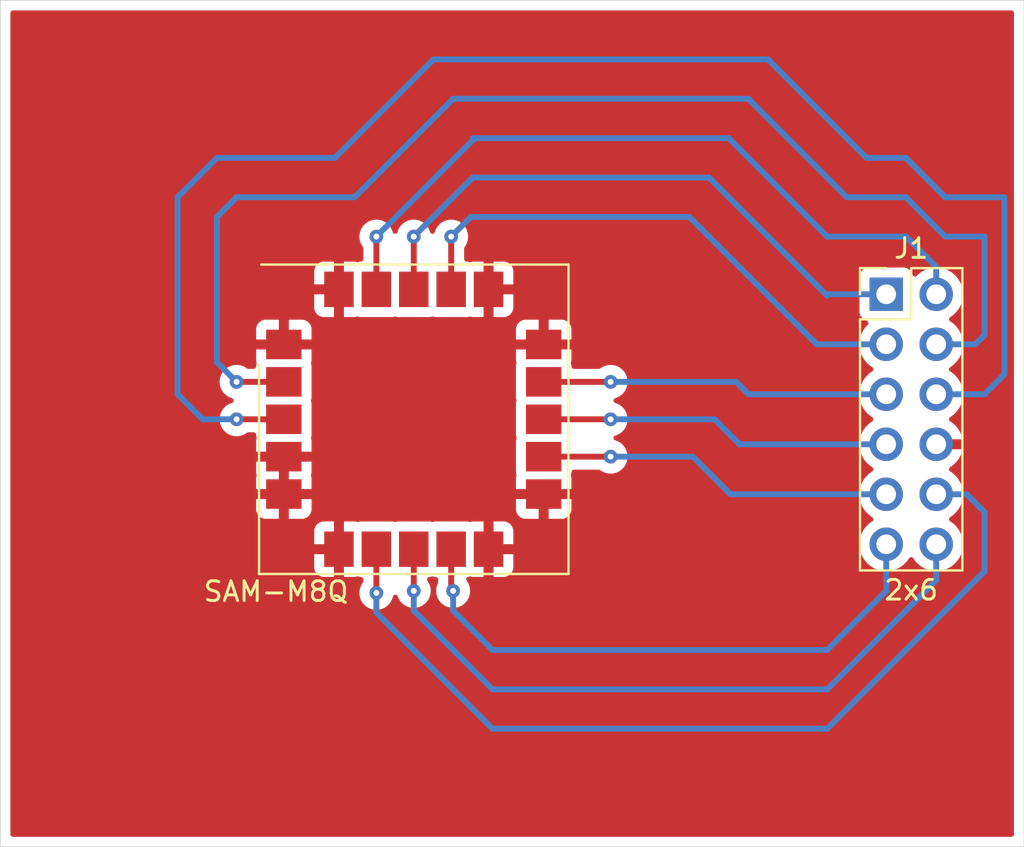
<source format=kicad_pcb>
(kicad_pcb (version 20211014) (generator pcbnew)
  (title_block (title "SAM-M8Q Prototyping Board") (date "2022-11-28") (rev "1.0"))
  (layers (0 "F.Cu" signal "Front") (31 "B.Cu" signal "Back") (34 "B.Paste" user) (35 "F.Paste" user) (36 "B.SilkS" user "B.Silkscreen") (37 "F.SilkS" user "F.Silkscreen") (38 "B.Mask" user) (39 "F.Mask" user) (44 "Edge.Cuts" user))
  (net 0 "")
  (net 1 "Net-(GPS1-Pad7)")
  (net 2 "Net-(GPS1-Pad8)")
  (net 3 "Net-(GPS1-Pad12)")
  (net 4 "Net-(GPS1-Pad13)")
  (net 5 "Net-(GPS1-Pad14)")
  (net 6 "Net-(GPS1-Pad17)")
  (net 7 "Net-(J1-Pad4)")
  (net 8 "Net-(J1-Pad6)")
  (net 9 "Net-(J1-Pad11)")
  (net 10 "Net-(J1-Pad1)")
  (net 11 "Net-(J1-Pad2)")
  (net 12 "GND")
  (footprint "Connector_PinHeader_2.54mm:PinHeader_2x06_P2.54mm_Vertical" (layer "F.Cu") (at 119 58.93)
    (fp_text reference "J1" (at 1.27 -2.33) (layer "F.SilkS"))
    (fp_text value "2x6" (at 1.27 15.03) (layer "F.SilkS"))
    (fp_line (start 3.87 -1.33) (end 3.87 14.03) (layer "F.SilkS") (width 0.12))
    (fp_line (start -1.33 14.03) (end 3.87 14.03) (layer "F.SilkS") (width 0.12))
    (fp_line (start -1.33 1.27) (end 1.27 1.27) (layer "F.SilkS") (width 0.12))
    (fp_line (start 1.27 1.27) (end 1.27 -1.33) (layer "F.SilkS") (width 0.12))
    (fp_line (start -1.33 -1.33) (end 0 -1.33) (layer "F.SilkS") (width 0.12))
    (fp_line (start -1.33 0) (end -1.33 -1.33) (layer "F.SilkS") (width 0.12))
    (fp_line (start -1.33 1.27) (end -1.33 14.03) (layer "F.SilkS") (width 0.12))
    (fp_line (start 1.27 -1.33) (end 3.87 -1.33) (layer "F.SilkS") (width 0.12))
    (pad "1" thru_hole rect (at 0 0) (size 1.7 1.7) (drill 1) (layers *.Cu *.Mask) (net 10 "Net-(J1-Pad1)"))
    (pad "2" thru_hole oval (at 2.54 0) (size 1.7 1.7) (drill 1) (layers *.Cu *.Mask) (net 11 "Net-(J1-Pad2)"))
    (pad "3" thru_hole oval (at 0 2.54) (size 1.7 1.7) (drill 1) (layers *.Cu *.Mask) (net 6 "Net-(GPS1-Pad17)"))
    (pad "4" thru_hole oval (at 2.54 2.54) (size 1.7 1.7) (drill 1) (layers *.Cu *.Mask) (net 7 "Net-(J1-Pad4)"))
    (pad "5" thru_hole oval (at 0 5.08) (size 1.7 1.7) (drill 1) (layers *.Cu *.Mask) (net 5 "Net-(GPS1-Pad14)"))
    (pad "6" thru_hole oval (at 2.54 5.08) (size 1.7 1.7) (drill 1) (layers *.Cu *.Mask) (net 8 "Net-(J1-Pad6)"))
    (pad "7" thru_hole oval (at 0 7.62) (size 1.7 1.7) (drill 1) (layers *.Cu *.Mask) (net 4 "Net-(GPS1-Pad13)"))
    (pad "8" thru_hole oval (at 2.54 7.62) (size 1.7 1.7) (drill 1) (layers *.Cu *.Mask) (net 12 "GND"))
    (pad "9" thru_hole oval (at 0 10.16) (size 1.7 1.7) (drill 1) (layers *.Cu *.Mask) (net 3 "Net-(GPS1-Pad12)"))
    (pad "10" thru_hole oval (at 2.54 10.16) (size 1.7 1.7) (drill 1) (layers *.Cu *.Mask) (net 1 "Net-(GPS1-Pad7)"))
    (pad "11" thru_hole oval (at 0 12.7) (size 1.7 1.7) (drill 1) (layers *.Cu *.Mask) (net 9 "Net-(J1-Pad11)"))
    (pad "12" thru_hole oval (at 2.54 12.7) (size 1.7 1.7) (drill 1) (layers *.Cu *.Mask) (net 2 "Net-(GPS1-Pad8)"))
  )
  (footprint "RF_GPS:ublox_SAM-M8Q" (layer "F.Cu") (at 95 65.28)
    (fp_text reference "GPS1" hide)
    (fp_text value "SAM-M8Q" (at -7 8.75) (layer "F.SilkS"))
    (fp_line (start 7.86 -7.86) (end 7.86 7.86) (layer "F.SilkS") (width 0.12))
    (fp_line (start -7.75 -7.86) (end 7.86 -7.86) (layer "F.SilkS") (width 0.12))
    (fp_line (start -7.86 7.86) (end 7.86 7.86) (layer "F.SilkS") (width 0.12))
    (fp_line (start -7.86 -2.8) (end -7.86 7.86) (layer "F.SilkS") (width 0.12))
    (pad "1" smd rect (at -6.6 -3.8) (size 1.8 1.5) (layers "F.Cu" "F.Mask") (net 12 "GND"))
    (pad "2" smd rect (at -6.6 -1.9) (size 1.8 1.5) (layers "F.Cu" "F.Mask") (net 7 "Net-(J1-Pad4)"))
    (pad "3" smd rect (at -6.6 0) (size 1.8 1.5) (layers "F.Cu" "F.Mask") (net 8 "Net-(J1-Pad6)"))
    (pad "4" smd rect (at -6.6 1.9) (size 1.8 1.5) (layers "F.Cu" "F.Mask") (net 12 "GND"))
    (pad "5" smd rect (at -6.6 3.8) (size 1.8 1.5) (layers "F.Cu" "F.Mask") (net 12 "GND"))
    (pad "6" smd rect (at -3.8 6.6) (size 1.5 1.8) (layers "F.Cu" "F.Mask") (net 12 "GND"))
    (pad "7" smd rect (at -1.9 6.6) (size 1.5 1.8) (layers "F.Cu" "F.Mask") (net 1 "Net-(GPS1-Pad7)"))
    (pad "8" smd rect (at 0 6.6) (size 1.5 1.8) (layers "F.Cu" "F.Mask") (net 2 "Net-(GPS1-Pad8)"))
    (pad "9" smd rect (at 1.9 6.6) (size 1.5 1.8) (layers "F.Cu" "F.Mask") (net 9 "Net-(J1-Pad11)"))
    (pad "10" smd rect (at 3.8 6.6) (size 1.5 1.8) (layers "F.Cu" "F.Mask") (net 12 "GND"))
    (pad "11" smd rect (at 6.6 3.8) (size 1.8 1.5) (layers "F.Cu" "F.Mask") (net 12 "GND"))
    (pad "12" smd rect (at 6.6 1.9) (size 1.8 1.5) (layers "F.Cu" "F.Mask") (net 3 "Net-(GPS1-Pad12)"))
    (pad "13" smd rect (at 6.6 0) (size 1.8 1.5) (layers "F.Cu" "F.Mask") (net 4 "Net-(GPS1-Pad13)"))
    (pad "14" smd rect (at 6.6 -1.9) (size 1.8 1.5) (layers "F.Cu" "F.Mask") (net 5 "Net-(GPS1-Pad14)"))
    (pad "15" smd rect (at 6.6 -3.8) (size 1.8 1.5) (layers "F.Cu" "F.Mask") (net 12 "GND"))
    (pad "16" smd rect (at 3.8 -6.6) (size 1.5 1.8) (layers "F.Cu" "F.Mask") (net 12 "GND"))
    (pad "17" smd rect (at 1.9 -6.6) (size 1.5 1.8) (layers "F.Cu" "F.Mask") (net 6 "Net-(GPS1-Pad17)"))
    (pad "18" smd rect (at 0 -6.6) (size 1.5 1.8) (layers "F.Cu" "F.Mask") (net 10 "Net-(J1-Pad1)"))
    (pad "19" smd rect (at -1.9 -6.6) (size 1.5 1.8) (layers "F.Cu" "F.Mask") (net 11 "Net-(J1-Pad2)"))
    (pad "20" smd rect (at -3.8 -6.6) (size 1.5 1.8) (layers "F.Cu" "F.Mask") (net 12 "GND"))
  )
  (gr_rect (start 74 44) (end 126 87) (layer "Edge.Cuts") (width 0.0381) (fill none))
  (segment (start 93.1 74.1) (end 93.1 71.88) (width 0.3) (layer "F.Cu") (net 1))
  (via (at 93.1 74.1) (size 0.7) (drill 0.3) (layers "F.Cu" "B.Cu") (net 1))
  (segment (start 116 81) (end 124 73) (width 0.3) (layer "B.Cu") (net 1))
  (segment (start 99 81) (end 116 81) (width 0.3) (layer "B.Cu") (net 1))
  (segment (start 123.09 69.09) (end 121.54 69.09) (width 0.3) (layer "B.Cu") (net 1))
  (segment (start 124 73) (end 124 70) (width 0.3) (layer "B.Cu") (net 1))
  (segment (start 93.1 74.1) (end 93.1 75.1) (width 0.3) (layer "B.Cu") (net 1))
  (segment (start 124 70) (end 123.09 69.09) (width 0.3) (layer "B.Cu") (net 1))
  (segment (start 93.1 75.1) (end 99 81) (width 0.3) (layer "B.Cu") (net 1))
  (segment (start 95 71.88) (end 95 74) (width 0.3) (layer "F.Cu") (net 2))
  (via (at 95 74) (size 0.7) (drill 0.3) (layers "F.Cu" "B.Cu") (net 2))
  (segment (start 95 74) (end 95 75) (width 0.3) (layer "B.Cu") (net 2))
  (segment (start 99 79) (end 116 79) (width 0.3) (layer "B.Cu") (net 2))
  (segment (start 95 75) (end 99 79) (width 0.3) (layer "B.Cu") (net 2))
  (segment (start 121.54 73.46) (end 121.54 71.63) (width 0.3) (layer "B.Cu") (net 2))
  (segment (start 116 79) (end 121.54 73.46) (width 0.3) (layer "B.Cu") (net 2))
  (segment (start 105 67.18) (end 101.6 67.18) (width 0.3) (layer "F.Cu") (net 3))
  (via (at 105 67.18) (size 0.7) (drill 0.3) (layers "F.Cu" "B.Cu") (net 3))
  (segment (start 109.18 67.18) (end 111.09 69.09) (width 0.3) (layer "B.Cu") (net 3))
  (segment (start 105 67.18) (end 109.18 67.18) (width 0.3) (layer "B.Cu") (net 3))
  (segment (start 111.09 69.09) (end 119 69.09) (width 0.3) (layer "B.Cu") (net 3))
  (segment (start 105 65.28) (end 101.6 65.28) (width 0.3) (layer "F.Cu") (net 4))
  (via (at 105 65.28) (size 0.7) (drill 0.3) (layers "F.Cu" "B.Cu") (net 4))
  (segment (start 111.55 66.55) (end 119 66.55) (width 0.3) (layer "B.Cu") (net 4))
  (segment (start 110.28 65.28) (end 111.55 66.55) (width 0.3) (layer "B.Cu") (net 4))
  (segment (start 105 65.28) (end 110.28 65.28) (width 0.3) (layer "B.Cu") (net 4))
  (segment (start 105 63.38) (end 101.6 63.38) (width 0.3) (layer "F.Cu") (net 5))
  (via (at 105 63.38) (size 0.7) (drill 0.3) (layers "F.Cu" "B.Cu") (net 5))
  (segment (start 105 63.38) (end 111.38 63.38) (width 0.3) (layer "B.Cu") (net 5))
  (segment (start 112.01 64.01) (end 119 64.01) (width 0.3) (layer "B.Cu") (net 5))
  (segment (start 111.38 63.38) (end 112.01 64.01) (width 0.3) (layer "B.Cu") (net 5))
  (segment (start 96.9 56) (end 96.9 58.68) (width 0.3) (layer "F.Cu") (net 6))
  (via (at 96.9 56) (size 0.7) (drill 0.3) (layers "F.Cu" "B.Cu") (net 6))
  (segment (start 96.9 56) (end 97.9 55) (width 0.3) (layer "B.Cu") (net 6))
  (segment (start 109 55) (end 113 59) (width 0.3) (layer "B.Cu") (net 6))
  (segment (start 115.47 61.47) (end 113 59) (width 0.3) (layer "B.Cu") (net 6))
  (segment (start 98 55) (end 108 55) (width 0.3) (layer "B.Cu") (net 6))
  (segment (start 97.9 55) (end 98 55) (width 0.3) (layer "B.Cu") (net 6))
  (segment (start 108 55) (end 109 55) (width 0.3) (layer "B.Cu") (net 6))
  (segment (start 119 61.47) (end 115.47 61.47) (width 0.3) (layer "B.Cu") (net 6))
  (segment (start 86 63.38) (end 88.4 63.38) (width 0.3) (layer "F.Cu") (net 7))
  (via (at 86 63.38) (size 0.7) (drill 0.3) (layers "F.Cu" "B.Cu") (net 7))
  (segment (start 120 54) (end 122 56) (width 0.3) (layer "B.Cu") (net 7))
  (segment (start 124 61) (end 123.53 61.47) (width 0.3) (layer "B.Cu") (net 7))
  (segment (start 122 56) (end 124 56) (width 0.3) (layer "B.Cu") (net 7))
  (segment (start 123.53 61.47) (end 121.54 61.47) (width 0.3) (layer "B.Cu") (net 7))
  (segment (start 124 56) (end 124 61) (width 0.3) (layer "B.Cu") (net 7))
  (segment (start 86 63.38) (end 85 62.38) (width 0.3) (layer "B.Cu") (net 7))
  (segment (start 112 49) (end 117 54) (width 0.3) (layer "B.Cu") (net 7))
  (segment (start 85 55) (end 86 54) (width 0.3) (layer "B.Cu") (net 7))
  (segment (start 85 62.38) (end 85 55) (width 0.3) (layer "B.Cu") (net 7))
  (segment (start 97 49) (end 112 49) (width 0.3) (layer "B.Cu") (net 7))
  (segment (start 86 54) (end 92 54) (width 0.3) (layer "B.Cu") (net 7))
  (segment (start 117 54) (end 120 54) (width 0.3) (layer "B.Cu") (net 7))
  (segment (start 92 54) (end 97 49) (width 0.3) (layer "B.Cu") (net 7))
  (segment (start 86 65.28) (end 88.4 65.28) (width 0.3) (layer "F.Cu") (net 8))
  (via (at 86 65.28) (size 0.7) (drill 0.3) (layers "F.Cu" "B.Cu") (net 8))
  (segment (start 83 54) (end 85 52) (width 0.3) (layer "B.Cu") (net 8))
  (segment (start 120 52) (end 122 54) (width 0.3) (layer "B.Cu") (net 8))
  (segment (start 125 63) (end 123.99 64.01) (width 0.3) (layer "B.Cu") (net 8))
  (segment (start 122 54) (end 125 54) (width 0.3) (layer "B.Cu") (net 8))
  (segment (start 84.28 65.28) (end 83 64) (width 0.3) (layer "B.Cu") (net 8))
  (segment (start 96 47) (end 113 47) (width 0.3) (layer "B.Cu") (net 8))
  (segment (start 123.99 64.01) (end 121.54 64.01) (width 0.3) (layer "B.Cu") (net 8))
  (segment (start 86 65.28) (end 84.28 65.28) (width 0.3) (layer "B.Cu") (net 8))
  (segment (start 118 52) (end 120 52) (width 0.3) (layer "B.Cu") (net 8))
  (segment (start 113 47) (end 118 52) (width 0.3) (layer "B.Cu") (net 8))
  (segment (start 83 64) (end 83 54) (width 0.3) (layer "B.Cu") (net 8))
  (segment (start 125 54) (end 125 63) (width 0.3) (layer "B.Cu") (net 8))
  (segment (start 91 52) (end 96 47) (width 0.3) (layer "B.Cu") (net 8))
  (segment (start 85 52) (end 91 52) (width 0.3) (layer "B.Cu") (net 8))
  (segment (start 96.9 73.9) (end 96.9 71.88) (width 0.3) (layer "F.Cu") (net 9))
  (segment (start 97 74) (end 96.9 73.9) (width 0.3) (layer "F.Cu") (net 9))
  (via (at 97 74) (size 0.7) (drill 0.3) (layers "F.Cu" "B.Cu") (net 9))
  (segment (start 99 77) (end 116 77) (width 0.3) (layer "B.Cu") (net 9))
  (segment (start 97 75) (end 99 77) (width 0.3) (layer "B.Cu") (net 9))
  (segment (start 119 74) (end 119 71.63) (width 0.3) (layer "B.Cu") (net 9))
  (segment (start 116 77) (end 119 74) (width 0.3) (layer "B.Cu") (net 9))
  (segment (start 97 74) (end 97 75) (width 0.3) (layer "B.Cu") (net 9))
  (segment (start 95 58.68) (end 95 56) (width 0.3) (layer "F.Cu") (net 10))
  (via (at 95 56) (size 0.7) (drill 0.3) (layers "F.Cu" "B.Cu") (net 10))
  (segment (start 110 53) (end 116 59) (width 0.3) (layer "B.Cu") (net 10))
  (segment (start 116.07 58.93) (end 119 58.93) (width 0.3) (layer "B.Cu") (net 10))
  (segment (start 95 56) (end 98 53) (width 0.3) (layer "B.Cu") (net 10))
  (segment (start 116 59) (end 116.07 58.93) (width 0.3) (layer "B.Cu") (net 10))
  (segment (start 98 53) (end 110 53) (width 0.3) (layer "B.Cu") (net 10))
  (segment (start 93.1 56) (end 93.1 58.68) (width 0.3) (layer "F.Cu") (net 11))
  (via (at 93.1 56) (size 0.7) (drill 0.3) (layers "F.Cu" "B.Cu") (net 11))
  (segment (start 93.1 56) (end 98 51.1) (width 0.3) (layer "B.Cu") (net 11))
  (segment (start 121.54 57.54) (end 121.54 58.93) (width 0.3) (layer "B.Cu") (net 11))
  (segment (start 116 56) (end 120 56) (width 0.3) (layer "B.Cu") (net 11))
  (segment (start 98 51.1) (end 98 51) (width 0.3) (layer "B.Cu") (net 11))
  (segment (start 120 56) (end 121.54 57.54) (width 0.3) (layer "B.Cu") (net 11))
  (segment (start 98 51) (end 111 51) (width 0.3) (layer "B.Cu") (net 11))
  (segment (start 111 51) (end 116 56) (width 0.3) (layer "B.Cu") (net 11))
  (zone (net 12) (net_name "GND") (layer "F.Cu") (connect_pads (clearance 0.508)) (min_thickness 0.254) (fill yes (thermal_gap 0.508) (thermal_bridge_width 0.508))
    (polygon (pts (xy 126 87) (xy 74 87) (xy 74 44) (xy 126 44)))
  )
)
</source>
